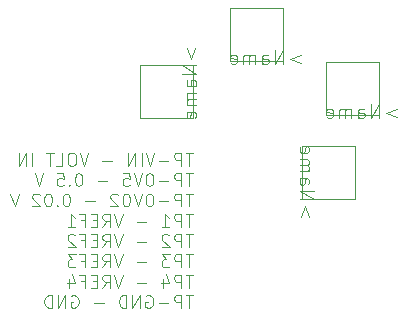
<source format=gbr>
G04 #@! TF.GenerationSoftware,KiCad,Pcbnew,(5.1.2)-2*
G04 #@! TF.CreationDate,2021-11-10T11:30:02-03:00*
G04 #@! TF.ProjectId,PC_V1.2,50435f56-312e-4322-9e6b-696361645f70,rev?*
G04 #@! TF.SameCoordinates,Original*
G04 #@! TF.FileFunction,Legend,Bot*
G04 #@! TF.FilePolarity,Positive*
%FSLAX46Y46*%
G04 Gerber Fmt 4.6, Leading zero omitted, Abs format (unit mm)*
G04 Created by KiCad (PCBNEW (5.1.2)-2) date 2021-11-10 11:30:02*
%MOMM*%
%LPD*%
G04 APERTURE LIST*
%ADD10C,0.091440*%
%ADD11C,0.100000*%
%ADD12C,0.101600*%
G04 APERTURE END LIST*
D10*
X149443149Y-98326937D02*
X148822664Y-98326937D01*
X149132906Y-99412787D02*
X149132906Y-98326937D01*
X148460714Y-99412787D02*
X148460714Y-98326937D01*
X148047056Y-98326937D01*
X147943642Y-98378645D01*
X147891935Y-98430352D01*
X147840228Y-98533766D01*
X147840228Y-98688887D01*
X147891935Y-98792302D01*
X147943642Y-98844009D01*
X148047056Y-98895716D01*
X148460714Y-98895716D01*
X147374864Y-98999130D02*
X146547549Y-98999130D01*
X146185599Y-98326937D02*
X145823649Y-99412787D01*
X145461699Y-98326937D01*
X145099749Y-99412787D02*
X145099749Y-98326937D01*
X144582678Y-99412787D02*
X144582678Y-98326937D01*
X143962192Y-99412787D01*
X143962192Y-98326937D01*
X142617806Y-98999130D02*
X141790492Y-98999130D01*
X140601228Y-98326937D02*
X140239278Y-99412787D01*
X139877328Y-98326937D01*
X139308549Y-98326937D02*
X139101721Y-98326937D01*
X138998306Y-98378645D01*
X138894892Y-98482059D01*
X138843185Y-98688887D01*
X138843185Y-99050837D01*
X138894892Y-99257666D01*
X138998306Y-99361080D01*
X139101721Y-99412787D01*
X139308549Y-99412787D01*
X139411964Y-99361080D01*
X139515378Y-99257666D01*
X139567085Y-99050837D01*
X139567085Y-98688887D01*
X139515378Y-98482059D01*
X139411964Y-98378645D01*
X139308549Y-98326937D01*
X137860749Y-99412787D02*
X138377821Y-99412787D01*
X138377821Y-98326937D01*
X137653921Y-98326937D02*
X137033435Y-98326937D01*
X137343678Y-99412787D02*
X137343678Y-98326937D01*
X135844171Y-99412787D02*
X135844171Y-98326937D01*
X135327099Y-99412787D02*
X135327099Y-98326937D01*
X134706614Y-99412787D01*
X134706614Y-98326937D01*
X149443149Y-100047152D02*
X148822664Y-100047152D01*
X149132906Y-101133002D02*
X149132906Y-100047152D01*
X148460714Y-101133002D02*
X148460714Y-100047152D01*
X148047056Y-100047152D01*
X147943642Y-100098860D01*
X147891935Y-100150567D01*
X147840228Y-100253981D01*
X147840228Y-100409102D01*
X147891935Y-100512517D01*
X147943642Y-100564224D01*
X148047056Y-100615931D01*
X148460714Y-100615931D01*
X147374864Y-100719345D02*
X146547549Y-100719345D01*
X145823649Y-100047152D02*
X145720235Y-100047152D01*
X145616821Y-100098860D01*
X145565114Y-100150567D01*
X145513406Y-100253981D01*
X145461699Y-100460810D01*
X145461699Y-100719345D01*
X145513406Y-100926174D01*
X145565114Y-101029588D01*
X145616821Y-101081295D01*
X145720235Y-101133002D01*
X145823649Y-101133002D01*
X145927064Y-101081295D01*
X145978771Y-101029588D01*
X146030478Y-100926174D01*
X146082185Y-100719345D01*
X146082185Y-100460810D01*
X146030478Y-100253981D01*
X145978771Y-100150567D01*
X145927064Y-100098860D01*
X145823649Y-100047152D01*
X145151456Y-100047152D02*
X144789506Y-101133002D01*
X144427556Y-100047152D01*
X143548535Y-100047152D02*
X144065606Y-100047152D01*
X144117314Y-100564224D01*
X144065606Y-100512517D01*
X143962192Y-100460810D01*
X143703656Y-100460810D01*
X143600242Y-100512517D01*
X143548535Y-100564224D01*
X143496828Y-100667638D01*
X143496828Y-100926174D01*
X143548535Y-101029588D01*
X143600242Y-101081295D01*
X143703656Y-101133002D01*
X143962192Y-101133002D01*
X144065606Y-101081295D01*
X144117314Y-101029588D01*
X142204149Y-100719345D02*
X141376835Y-100719345D01*
X139825621Y-100047152D02*
X139722206Y-100047152D01*
X139618792Y-100098860D01*
X139567085Y-100150567D01*
X139515378Y-100253981D01*
X139463671Y-100460810D01*
X139463671Y-100719345D01*
X139515378Y-100926174D01*
X139567085Y-101029588D01*
X139618792Y-101081295D01*
X139722206Y-101133002D01*
X139825621Y-101133002D01*
X139929035Y-101081295D01*
X139980742Y-101029588D01*
X140032449Y-100926174D01*
X140084156Y-100719345D01*
X140084156Y-100460810D01*
X140032449Y-100253981D01*
X139980742Y-100150567D01*
X139929035Y-100098860D01*
X139825621Y-100047152D01*
X138998306Y-101029588D02*
X138946599Y-101081295D01*
X138998306Y-101133002D01*
X139050014Y-101081295D01*
X138998306Y-101029588D01*
X138998306Y-101133002D01*
X137964164Y-100047152D02*
X138481235Y-100047152D01*
X138532942Y-100564224D01*
X138481235Y-100512517D01*
X138377821Y-100460810D01*
X138119285Y-100460810D01*
X138015871Y-100512517D01*
X137964164Y-100564224D01*
X137912456Y-100667638D01*
X137912456Y-100926174D01*
X137964164Y-101029588D01*
X138015871Y-101081295D01*
X138119285Y-101133002D01*
X138377821Y-101133002D01*
X138481235Y-101081295D01*
X138532942Y-101029588D01*
X136774899Y-100047152D02*
X136412949Y-101133002D01*
X136050999Y-100047152D01*
X149443149Y-101767367D02*
X148822664Y-101767367D01*
X149132906Y-102853217D02*
X149132906Y-101767367D01*
X148460714Y-102853217D02*
X148460714Y-101767367D01*
X148047056Y-101767367D01*
X147943642Y-101819075D01*
X147891935Y-101870782D01*
X147840228Y-101974196D01*
X147840228Y-102129317D01*
X147891935Y-102232732D01*
X147943642Y-102284439D01*
X148047056Y-102336146D01*
X148460714Y-102336146D01*
X147374864Y-102439560D02*
X146547549Y-102439560D01*
X145823649Y-101767367D02*
X145720235Y-101767367D01*
X145616821Y-101819075D01*
X145565114Y-101870782D01*
X145513406Y-101974196D01*
X145461699Y-102181025D01*
X145461699Y-102439560D01*
X145513406Y-102646389D01*
X145565114Y-102749803D01*
X145616821Y-102801510D01*
X145720235Y-102853217D01*
X145823649Y-102853217D01*
X145927064Y-102801510D01*
X145978771Y-102749803D01*
X146030478Y-102646389D01*
X146082185Y-102439560D01*
X146082185Y-102181025D01*
X146030478Y-101974196D01*
X145978771Y-101870782D01*
X145927064Y-101819075D01*
X145823649Y-101767367D01*
X145151456Y-101767367D02*
X144789506Y-102853217D01*
X144427556Y-101767367D01*
X143858778Y-101767367D02*
X143755364Y-101767367D01*
X143651949Y-101819075D01*
X143600242Y-101870782D01*
X143548535Y-101974196D01*
X143496828Y-102181025D01*
X143496828Y-102439560D01*
X143548535Y-102646389D01*
X143600242Y-102749803D01*
X143651949Y-102801510D01*
X143755364Y-102853217D01*
X143858778Y-102853217D01*
X143962192Y-102801510D01*
X144013899Y-102749803D01*
X144065606Y-102646389D01*
X144117314Y-102439560D01*
X144117314Y-102181025D01*
X144065606Y-101974196D01*
X144013899Y-101870782D01*
X143962192Y-101819075D01*
X143858778Y-101767367D01*
X143083171Y-101870782D02*
X143031464Y-101819075D01*
X142928049Y-101767367D01*
X142669514Y-101767367D01*
X142566099Y-101819075D01*
X142514392Y-101870782D01*
X142462685Y-101974196D01*
X142462685Y-102077610D01*
X142514392Y-102232732D01*
X143134878Y-102853217D01*
X142462685Y-102853217D01*
X141170006Y-102439560D02*
X140342692Y-102439560D01*
X138791478Y-101767367D02*
X138688064Y-101767367D01*
X138584649Y-101819075D01*
X138532942Y-101870782D01*
X138481235Y-101974196D01*
X138429528Y-102181025D01*
X138429528Y-102439560D01*
X138481235Y-102646389D01*
X138532942Y-102749803D01*
X138584649Y-102801510D01*
X138688064Y-102853217D01*
X138791478Y-102853217D01*
X138894892Y-102801510D01*
X138946599Y-102749803D01*
X138998306Y-102646389D01*
X139050014Y-102439560D01*
X139050014Y-102181025D01*
X138998306Y-101974196D01*
X138946599Y-101870782D01*
X138894892Y-101819075D01*
X138791478Y-101767367D01*
X137964164Y-102749803D02*
X137912456Y-102801510D01*
X137964164Y-102853217D01*
X138015871Y-102801510D01*
X137964164Y-102749803D01*
X137964164Y-102853217D01*
X137240264Y-101767367D02*
X137136849Y-101767367D01*
X137033435Y-101819075D01*
X136981728Y-101870782D01*
X136930021Y-101974196D01*
X136878314Y-102181025D01*
X136878314Y-102439560D01*
X136930021Y-102646389D01*
X136981728Y-102749803D01*
X137033435Y-102801510D01*
X137136849Y-102853217D01*
X137240264Y-102853217D01*
X137343678Y-102801510D01*
X137395385Y-102749803D01*
X137447092Y-102646389D01*
X137498799Y-102439560D01*
X137498799Y-102181025D01*
X137447092Y-101974196D01*
X137395385Y-101870782D01*
X137343678Y-101819075D01*
X137240264Y-101767367D01*
X136464656Y-101870782D02*
X136412949Y-101819075D01*
X136309535Y-101767367D01*
X136050999Y-101767367D01*
X135947585Y-101819075D01*
X135895878Y-101870782D01*
X135844171Y-101974196D01*
X135844171Y-102077610D01*
X135895878Y-102232732D01*
X136516364Y-102853217D01*
X135844171Y-102853217D01*
X134706614Y-101767367D02*
X134344664Y-102853217D01*
X133982714Y-101767367D01*
X149443149Y-103487582D02*
X148822664Y-103487582D01*
X149132906Y-104573432D02*
X149132906Y-103487582D01*
X148460714Y-104573432D02*
X148460714Y-103487582D01*
X148047056Y-103487582D01*
X147943642Y-103539290D01*
X147891935Y-103590997D01*
X147840228Y-103694411D01*
X147840228Y-103849532D01*
X147891935Y-103952947D01*
X147943642Y-104004654D01*
X148047056Y-104056361D01*
X148460714Y-104056361D01*
X146806085Y-104573432D02*
X147426571Y-104573432D01*
X147116328Y-104573432D02*
X147116328Y-103487582D01*
X147219742Y-103642704D01*
X147323156Y-103746118D01*
X147426571Y-103797825D01*
X145513406Y-104159775D02*
X144686092Y-104159775D01*
X143496828Y-103487582D02*
X143134878Y-104573432D01*
X142772928Y-103487582D01*
X141790492Y-104573432D02*
X142152442Y-104056361D01*
X142410978Y-104573432D02*
X142410978Y-103487582D01*
X141997321Y-103487582D01*
X141893906Y-103539290D01*
X141842199Y-103590997D01*
X141790492Y-103694411D01*
X141790492Y-103849532D01*
X141842199Y-103952947D01*
X141893906Y-104004654D01*
X141997321Y-104056361D01*
X142410978Y-104056361D01*
X141325128Y-104004654D02*
X140963178Y-104004654D01*
X140808056Y-104573432D02*
X141325128Y-104573432D01*
X141325128Y-103487582D01*
X140808056Y-103487582D01*
X139980742Y-104004654D02*
X140342692Y-104004654D01*
X140342692Y-104573432D02*
X140342692Y-103487582D01*
X139825621Y-103487582D01*
X138843185Y-104573432D02*
X139463671Y-104573432D01*
X139153428Y-104573432D02*
X139153428Y-103487582D01*
X139256842Y-103642704D01*
X139360256Y-103746118D01*
X139463671Y-103797825D01*
X149443149Y-105207797D02*
X148822664Y-105207797D01*
X149132906Y-106293647D02*
X149132906Y-105207797D01*
X148460714Y-106293647D02*
X148460714Y-105207797D01*
X148047056Y-105207797D01*
X147943642Y-105259505D01*
X147891935Y-105311212D01*
X147840228Y-105414626D01*
X147840228Y-105569747D01*
X147891935Y-105673162D01*
X147943642Y-105724869D01*
X148047056Y-105776576D01*
X148460714Y-105776576D01*
X147426571Y-105311212D02*
X147374864Y-105259505D01*
X147271449Y-105207797D01*
X147012914Y-105207797D01*
X146909499Y-105259505D01*
X146857792Y-105311212D01*
X146806085Y-105414626D01*
X146806085Y-105518040D01*
X146857792Y-105673162D01*
X147478278Y-106293647D01*
X146806085Y-106293647D01*
X145513406Y-105879990D02*
X144686092Y-105879990D01*
X143496828Y-105207797D02*
X143134878Y-106293647D01*
X142772928Y-105207797D01*
X141790492Y-106293647D02*
X142152442Y-105776576D01*
X142410978Y-106293647D02*
X142410978Y-105207797D01*
X141997321Y-105207797D01*
X141893906Y-105259505D01*
X141842199Y-105311212D01*
X141790492Y-105414626D01*
X141790492Y-105569747D01*
X141842199Y-105673162D01*
X141893906Y-105724869D01*
X141997321Y-105776576D01*
X142410978Y-105776576D01*
X141325128Y-105724869D02*
X140963178Y-105724869D01*
X140808056Y-106293647D02*
X141325128Y-106293647D01*
X141325128Y-105207797D01*
X140808056Y-105207797D01*
X139980742Y-105724869D02*
X140342692Y-105724869D01*
X140342692Y-106293647D02*
X140342692Y-105207797D01*
X139825621Y-105207797D01*
X139463671Y-105311212D02*
X139411964Y-105259505D01*
X139308549Y-105207797D01*
X139050014Y-105207797D01*
X138946599Y-105259505D01*
X138894892Y-105311212D01*
X138843185Y-105414626D01*
X138843185Y-105518040D01*
X138894892Y-105673162D01*
X139515378Y-106293647D01*
X138843185Y-106293647D01*
X149443149Y-106928012D02*
X148822664Y-106928012D01*
X149132906Y-108013862D02*
X149132906Y-106928012D01*
X148460714Y-108013862D02*
X148460714Y-106928012D01*
X148047056Y-106928012D01*
X147943642Y-106979720D01*
X147891935Y-107031427D01*
X147840228Y-107134841D01*
X147840228Y-107289962D01*
X147891935Y-107393377D01*
X147943642Y-107445084D01*
X148047056Y-107496791D01*
X148460714Y-107496791D01*
X147478278Y-106928012D02*
X146806085Y-106928012D01*
X147168035Y-107341670D01*
X147012914Y-107341670D01*
X146909499Y-107393377D01*
X146857792Y-107445084D01*
X146806085Y-107548498D01*
X146806085Y-107807034D01*
X146857792Y-107910448D01*
X146909499Y-107962155D01*
X147012914Y-108013862D01*
X147323156Y-108013862D01*
X147426571Y-107962155D01*
X147478278Y-107910448D01*
X145513406Y-107600205D02*
X144686092Y-107600205D01*
X143496828Y-106928012D02*
X143134878Y-108013862D01*
X142772928Y-106928012D01*
X141790492Y-108013862D02*
X142152442Y-107496791D01*
X142410978Y-108013862D02*
X142410978Y-106928012D01*
X141997321Y-106928012D01*
X141893906Y-106979720D01*
X141842199Y-107031427D01*
X141790492Y-107134841D01*
X141790492Y-107289962D01*
X141842199Y-107393377D01*
X141893906Y-107445084D01*
X141997321Y-107496791D01*
X142410978Y-107496791D01*
X141325128Y-107445084D02*
X140963178Y-107445084D01*
X140808056Y-108013862D02*
X141325128Y-108013862D01*
X141325128Y-106928012D01*
X140808056Y-106928012D01*
X139980742Y-107445084D02*
X140342692Y-107445084D01*
X140342692Y-108013862D02*
X140342692Y-106928012D01*
X139825621Y-106928012D01*
X139515378Y-106928012D02*
X138843185Y-106928012D01*
X139205135Y-107341670D01*
X139050014Y-107341670D01*
X138946599Y-107393377D01*
X138894892Y-107445084D01*
X138843185Y-107548498D01*
X138843185Y-107807034D01*
X138894892Y-107910448D01*
X138946599Y-107962155D01*
X139050014Y-108013862D01*
X139360256Y-108013862D01*
X139463671Y-107962155D01*
X139515378Y-107910448D01*
X149443149Y-108648227D02*
X148822664Y-108648227D01*
X149132906Y-109734077D02*
X149132906Y-108648227D01*
X148460714Y-109734077D02*
X148460714Y-108648227D01*
X148047056Y-108648227D01*
X147943642Y-108699935D01*
X147891935Y-108751642D01*
X147840228Y-108855056D01*
X147840228Y-109010177D01*
X147891935Y-109113592D01*
X147943642Y-109165299D01*
X148047056Y-109217006D01*
X148460714Y-109217006D01*
X146909499Y-109010177D02*
X146909499Y-109734077D01*
X147168035Y-108596520D02*
X147426571Y-109372127D01*
X146754378Y-109372127D01*
X145513406Y-109320420D02*
X144686092Y-109320420D01*
X143496828Y-108648227D02*
X143134878Y-109734077D01*
X142772928Y-108648227D01*
X141790492Y-109734077D02*
X142152442Y-109217006D01*
X142410978Y-109734077D02*
X142410978Y-108648227D01*
X141997321Y-108648227D01*
X141893906Y-108699935D01*
X141842199Y-108751642D01*
X141790492Y-108855056D01*
X141790492Y-109010177D01*
X141842199Y-109113592D01*
X141893906Y-109165299D01*
X141997321Y-109217006D01*
X142410978Y-109217006D01*
X141325128Y-109165299D02*
X140963178Y-109165299D01*
X140808056Y-109734077D02*
X141325128Y-109734077D01*
X141325128Y-108648227D01*
X140808056Y-108648227D01*
X139980742Y-109165299D02*
X140342692Y-109165299D01*
X140342692Y-109734077D02*
X140342692Y-108648227D01*
X139825621Y-108648227D01*
X138946599Y-109010177D02*
X138946599Y-109734077D01*
X139205135Y-108596520D02*
X139463671Y-109372127D01*
X138791478Y-109372127D01*
X149443149Y-110368442D02*
X148822664Y-110368442D01*
X149132906Y-111454292D02*
X149132906Y-110368442D01*
X148460714Y-111454292D02*
X148460714Y-110368442D01*
X148047056Y-110368442D01*
X147943642Y-110420150D01*
X147891935Y-110471857D01*
X147840228Y-110575271D01*
X147840228Y-110730392D01*
X147891935Y-110833807D01*
X147943642Y-110885514D01*
X148047056Y-110937221D01*
X148460714Y-110937221D01*
X147374864Y-111040635D02*
X146547549Y-111040635D01*
X145461699Y-110420150D02*
X145565114Y-110368442D01*
X145720235Y-110368442D01*
X145875356Y-110420150D01*
X145978771Y-110523564D01*
X146030478Y-110626978D01*
X146082185Y-110833807D01*
X146082185Y-110988928D01*
X146030478Y-111195757D01*
X145978771Y-111299171D01*
X145875356Y-111402585D01*
X145720235Y-111454292D01*
X145616821Y-111454292D01*
X145461699Y-111402585D01*
X145409992Y-111350878D01*
X145409992Y-110988928D01*
X145616821Y-110988928D01*
X144944628Y-111454292D02*
X144944628Y-110368442D01*
X144324142Y-111454292D01*
X144324142Y-110368442D01*
X143807071Y-111454292D02*
X143807071Y-110368442D01*
X143548535Y-110368442D01*
X143393414Y-110420150D01*
X143289999Y-110523564D01*
X143238292Y-110626978D01*
X143186585Y-110833807D01*
X143186585Y-110988928D01*
X143238292Y-111195757D01*
X143289999Y-111299171D01*
X143393414Y-111402585D01*
X143548535Y-111454292D01*
X143807071Y-111454292D01*
X141893906Y-111040635D02*
X141066592Y-111040635D01*
X139153428Y-110420150D02*
X139256842Y-110368442D01*
X139411964Y-110368442D01*
X139567085Y-110420150D01*
X139670499Y-110523564D01*
X139722206Y-110626978D01*
X139773914Y-110833807D01*
X139773914Y-110988928D01*
X139722206Y-111195757D01*
X139670499Y-111299171D01*
X139567085Y-111402585D01*
X139411964Y-111454292D01*
X139308549Y-111454292D01*
X139153428Y-111402585D01*
X139101721Y-111350878D01*
X139101721Y-110988928D01*
X139308549Y-110988928D01*
X138636356Y-111454292D02*
X138636356Y-110368442D01*
X138015871Y-111454292D01*
X138015871Y-110368442D01*
X137498799Y-111454292D02*
X137498799Y-110368442D01*
X137240264Y-110368442D01*
X137085142Y-110420150D01*
X136981728Y-110523564D01*
X136930021Y-110626978D01*
X136878314Y-110833807D01*
X136878314Y-110988928D01*
X136930021Y-111195757D01*
X136981728Y-111299171D01*
X137085142Y-111402585D01*
X137240264Y-111454292D01*
X137498799Y-111454292D01*
D11*
X149491100Y-95404600D02*
X149491100Y-90904600D01*
X144991100Y-95404600D02*
X149491100Y-95404600D01*
X144991100Y-90904600D02*
X144991100Y-95404600D01*
X149491100Y-90904600D02*
X144991100Y-90904600D01*
X152611100Y-90578600D02*
X157111100Y-90578600D01*
X152611100Y-86078600D02*
X152611100Y-90578600D01*
X157111100Y-86078600D02*
X152611100Y-86078600D01*
X157111100Y-90578600D02*
X157111100Y-86078600D01*
X160739100Y-95150600D02*
X165239100Y-95150600D01*
X160739100Y-90650600D02*
X160739100Y-95150600D01*
X165239100Y-90650600D02*
X160739100Y-90650600D01*
X165239100Y-95150600D02*
X165239100Y-90650600D01*
X158707100Y-97762600D02*
X158707100Y-102262600D01*
X163207100Y-97762600D02*
X158707100Y-97762600D01*
X163207100Y-102262600D02*
X163207100Y-97762600D01*
X158707100Y-102262600D02*
X163207100Y-102262600D01*
D12*
X148919314Y-89423702D02*
X149264028Y-90342940D01*
X149608742Y-89423702D01*
X149723647Y-90917464D02*
X148517147Y-90917464D01*
X149723647Y-91606893D01*
X148517147Y-91606893D01*
X149723647Y-92698488D02*
X149091671Y-92698488D01*
X148976766Y-92641036D01*
X148919314Y-92526131D01*
X148919314Y-92296321D01*
X148976766Y-92181417D01*
X149666195Y-92698488D02*
X149723647Y-92583583D01*
X149723647Y-92296321D01*
X149666195Y-92181417D01*
X149551290Y-92123964D01*
X149436385Y-92123964D01*
X149321480Y-92181417D01*
X149264028Y-92296321D01*
X149264028Y-92583583D01*
X149206576Y-92698488D01*
X149723647Y-93273012D02*
X148919314Y-93273012D01*
X149034219Y-93273012D02*
X148976766Y-93330464D01*
X148919314Y-93445369D01*
X148919314Y-93617726D01*
X148976766Y-93732631D01*
X149091671Y-93790083D01*
X149723647Y-93790083D01*
X149091671Y-93790083D02*
X148976766Y-93847536D01*
X148919314Y-93962440D01*
X148919314Y-94134798D01*
X148976766Y-94249702D01*
X149091671Y-94307155D01*
X149723647Y-94307155D01*
X149666195Y-95341298D02*
X149723647Y-95226393D01*
X149723647Y-94996583D01*
X149666195Y-94881679D01*
X149551290Y-94824226D01*
X149091671Y-94824226D01*
X148976766Y-94881679D01*
X148919314Y-94996583D01*
X148919314Y-95226393D01*
X148976766Y-95341298D01*
X149091671Y-95398750D01*
X149206576Y-95398750D01*
X149321480Y-94824226D01*
X158591997Y-90006814D02*
X157672759Y-90351528D01*
X158591997Y-90696242D01*
X157098235Y-90811147D02*
X157098235Y-89604647D01*
X156408806Y-90811147D01*
X156408806Y-89604647D01*
X155317211Y-90811147D02*
X155317211Y-90179171D01*
X155374663Y-90064266D01*
X155489568Y-90006814D01*
X155719378Y-90006814D01*
X155834282Y-90064266D01*
X155317211Y-90753695D02*
X155432116Y-90811147D01*
X155719378Y-90811147D01*
X155834282Y-90753695D01*
X155891735Y-90638790D01*
X155891735Y-90523885D01*
X155834282Y-90408980D01*
X155719378Y-90351528D01*
X155432116Y-90351528D01*
X155317211Y-90294076D01*
X154742687Y-90811147D02*
X154742687Y-90006814D01*
X154742687Y-90121719D02*
X154685235Y-90064266D01*
X154570330Y-90006814D01*
X154397973Y-90006814D01*
X154283068Y-90064266D01*
X154225616Y-90179171D01*
X154225616Y-90811147D01*
X154225616Y-90179171D02*
X154168163Y-90064266D01*
X154053259Y-90006814D01*
X153880901Y-90006814D01*
X153765997Y-90064266D01*
X153708544Y-90179171D01*
X153708544Y-90811147D01*
X152674401Y-90753695D02*
X152789306Y-90811147D01*
X153019116Y-90811147D01*
X153134020Y-90753695D01*
X153191473Y-90638790D01*
X153191473Y-90179171D01*
X153134020Y-90064266D01*
X153019116Y-90006814D01*
X152789306Y-90006814D01*
X152674401Y-90064266D01*
X152616949Y-90179171D01*
X152616949Y-90294076D01*
X153191473Y-90408980D01*
X166719997Y-94578814D02*
X165800759Y-94923528D01*
X166719997Y-95268242D01*
X165226235Y-95383147D02*
X165226235Y-94176647D01*
X164536806Y-95383147D01*
X164536806Y-94176647D01*
X163445211Y-95383147D02*
X163445211Y-94751171D01*
X163502663Y-94636266D01*
X163617568Y-94578814D01*
X163847378Y-94578814D01*
X163962282Y-94636266D01*
X163445211Y-95325695D02*
X163560116Y-95383147D01*
X163847378Y-95383147D01*
X163962282Y-95325695D01*
X164019735Y-95210790D01*
X164019735Y-95095885D01*
X163962282Y-94980980D01*
X163847378Y-94923528D01*
X163560116Y-94923528D01*
X163445211Y-94866076D01*
X162870687Y-95383147D02*
X162870687Y-94578814D01*
X162870687Y-94693719D02*
X162813235Y-94636266D01*
X162698330Y-94578814D01*
X162525973Y-94578814D01*
X162411068Y-94636266D01*
X162353616Y-94751171D01*
X162353616Y-95383147D01*
X162353616Y-94751171D02*
X162296163Y-94636266D01*
X162181259Y-94578814D01*
X162008901Y-94578814D01*
X161893997Y-94636266D01*
X161836544Y-94751171D01*
X161836544Y-95383147D01*
X160802401Y-95325695D02*
X160917306Y-95383147D01*
X161147116Y-95383147D01*
X161262020Y-95325695D01*
X161319473Y-95210790D01*
X161319473Y-94751171D01*
X161262020Y-94636266D01*
X161147116Y-94578814D01*
X160917306Y-94578814D01*
X160802401Y-94636266D01*
X160744949Y-94751171D01*
X160744949Y-94866076D01*
X161319473Y-94980980D01*
X159278885Y-103743497D02*
X158934171Y-102824259D01*
X158589457Y-103743497D01*
X158474552Y-102249735D02*
X159681052Y-102249735D01*
X158474552Y-101560306D01*
X159681052Y-101560306D01*
X158474552Y-100468711D02*
X159106528Y-100468711D01*
X159221433Y-100526163D01*
X159278885Y-100641068D01*
X159278885Y-100870878D01*
X159221433Y-100985782D01*
X158532004Y-100468711D02*
X158474552Y-100583616D01*
X158474552Y-100870878D01*
X158532004Y-100985782D01*
X158646909Y-101043235D01*
X158761814Y-101043235D01*
X158876719Y-100985782D01*
X158934171Y-100870878D01*
X158934171Y-100583616D01*
X158991623Y-100468711D01*
X158474552Y-99894187D02*
X159278885Y-99894187D01*
X159163980Y-99894187D02*
X159221433Y-99836735D01*
X159278885Y-99721830D01*
X159278885Y-99549473D01*
X159221433Y-99434568D01*
X159106528Y-99377116D01*
X158474552Y-99377116D01*
X159106528Y-99377116D02*
X159221433Y-99319663D01*
X159278885Y-99204759D01*
X159278885Y-99032401D01*
X159221433Y-98917497D01*
X159106528Y-98860044D01*
X158474552Y-98860044D01*
X158532004Y-97825901D02*
X158474552Y-97940806D01*
X158474552Y-98170616D01*
X158532004Y-98285520D01*
X158646909Y-98342973D01*
X159106528Y-98342973D01*
X159221433Y-98285520D01*
X159278885Y-98170616D01*
X159278885Y-97940806D01*
X159221433Y-97825901D01*
X159106528Y-97768449D01*
X158991623Y-97768449D01*
X158876719Y-98342973D01*
M02*

</source>
